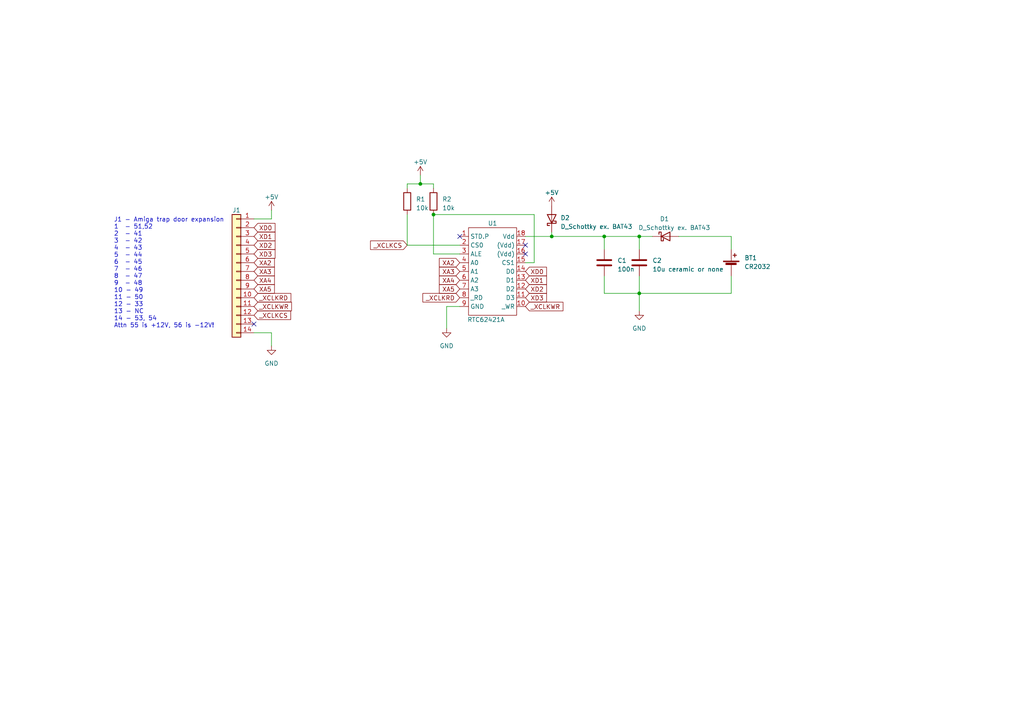
<source format=kicad_sch>
(kicad_sch (version 20230121) (generator eeschema)
  (paper "A4")
  (lib_symbols
    (symbol "Connector_Generic:Conn_01x14" (pin_names (offset 1.016) hide)
      (property "Reference" "J" (at 0 17.78 0))
      (property "Value" "Conn_01x14" (at 0 -20.32 0))
      (symbol "Conn_01x14_1_1"
        (rectangle (start -1.27 -17.653) (end 0 -17.907) (stroke (width 0.1524)))
        (rectangle (start -1.27 -15.113) (end 0 -15.367) (stroke (width 0.1524)))
        (rectangle (start -1.27 -12.573) (end 0 -12.827) (stroke (width 0.1524)))
        (rectangle (start -1.27 -10.033) (end 0 -10.287) (stroke (width 0.1524)))
        (rectangle (start -1.27 -7.493) (end 0 -7.747) (stroke (width 0.1524)))
        (rectangle (start -1.27 -4.953) (end 0 -5.207) (stroke (width 0.1524)))
        (rectangle (start -1.27 -2.413) (end 0 -2.667) (stroke (width 0.1524)))
        (rectangle (start -1.27 0.127) (end 0 -0.127) (stroke (width 0.1524)))
        (rectangle (start -1.27 2.667) (end 0 2.413) (stroke (width 0.1524)))
        (rectangle (start -1.27 5.207) (end 0 4.953) (stroke (width 0.1524)))
        (rectangle (start -1.27 7.747) (end 0 7.493) (stroke (width 0.1524)))
        (rectangle (start -1.27 10.287) (end 0 10.033) (stroke (width 0.1524)))
        (rectangle (start -1.27 12.827) (end 0 12.573) (stroke (width 0.1524)))
        (rectangle (start -1.27 15.367) (end 0 15.113) (stroke (width 0.1524)))
        (rectangle (start -1.27 16.51) (end 1.27 -19.05) (stroke (width 0.254)) (fill (type background)))
        (pin passive line (at -5.08 15.24 0) (length 3.81) (name "Pin_1") (number "1"))
        (pin passive line (at -5.08 -7.62 0) (length 3.81) (name "Pin_10") (number "10"))
        (pin passive line (at -5.08 -10.16 0) (length 3.81) (name "Pin_11") (number "11"))
        (pin passive line (at -5.08 -12.7 0) (length 3.81) (name "Pin_12") (number "12"))
        (pin passive line (at -5.08 -15.24 0) (length 3.81) (name "Pin_13") (number "13"))
        (pin passive line (at -5.08 -17.78 0) (length 3.81) (name "Pin_14") (number "14"))
        (pin passive line (at -5.08 12.7 0) (length 3.81) (name "Pin_2") (number "2"))
        (pin passive line (at -5.08 10.16 0) (length 3.81) (name "Pin_3") (number "3"))
        (pin passive line (at -5.08 7.62 0) (length 3.81) (name "Pin_4") (number "4"))
        (pin passive line (at -5.08 5.08 0) (length 3.81) (name "Pin_5") (number "5"))
        (pin passive line (at -5.08 2.54 0) (length 3.81) (name "Pin_6") (number "6"))
        (pin passive line (at -5.08 0 0) (length 3.81) (name "Pin_7") (number "7"))
        (pin passive line (at -5.08 -2.54 0) (length 3.81) (name "Pin_8") (number "8"))
        (pin passive line (at -5.08 -5.08 0) (length 3.81) (name "Pin_9") (number "9"))
      )
    )
    (symbol "Device:Battery_Cell" (pin_numbers hide) (pin_names (offset 0) hide)
      (property "Reference" "BT" (at 2.54 2.54 0))
      (property "Value" "Battery_Cell" (at 2.54 0 0))
      (symbol "Battery_Cell_0_1"
        (rectangle (start -2.286 1.778) (end 2.286 1.524) (fill (type outline)))
        (rectangle (start -1.5748 1.1938) (end 1.4732 0.6858) (fill (type outline)))
        (polyline (pts (xy 0 0.762) (xy 0 0)))
        (polyline (pts (xy 0 1.778) (xy 0 2.54)))
        (polyline (pts (xy 0.508 3.429) (xy 1.524 3.429)) (stroke (width 0.254)))
        (polyline (pts (xy 1.016 3.937) (xy 1.016 2.921)) (stroke (width 0.254)))
      )
      (symbol "Battery_Cell_1_1"
        (pin passive line (at 0 5.08 270) (length 2.54) (name "+") (number "1"))
        (pin passive line (at 0 -2.54 90) (length 2.54) (name "-") (number "2"))
      )
    )
    (symbol "Device:C" (pin_numbers hide) (pin_names (offset 0.254))
      (property "Reference" "C" (at 0.635 2.54 0))
      (property "Value" "C" (at 0.635 -2.54 0))
      (symbol "C_0_1"
        (polyline (pts (xy -2.032 -0.762) (xy 2.032 -0.762)) (stroke (width 0.508)))
        (polyline (pts (xy -2.032 0.762) (xy 2.032 0.762)) (stroke (width 0.508)))
      )
      (symbol "C_1_1"
        (pin passive line (at 0 3.81 270) (length 2.794) (name "~") (number "1"))
        (pin passive line (at 0 -3.81 90) (length 2.794) (name "~") (number "2"))
      )
    )
    (symbol "Device:D_Schottky" (pin_numbers hide) (pin_names (offset 1.016) hide)
      (property "Reference" "D" (at 0 2.54 0))
      (property "Value" "D_Schottky" (at 0 -2.54 0))
      (symbol "D_Schottky_0_1"
        (polyline (pts (xy 1.27 0) (xy -1.27 0)))
        (polyline (pts (xy 1.27 1.27) (xy 1.27 -1.27) (xy -1.27 0) (xy 1.27 1.27)) (stroke (width 0.254)))
        (polyline (pts (xy -1.905 0.635) (xy -1.905 1.27) (xy -1.27 1.27) (xy -1.27 -1.27) (xy -0.635 -1.27) (xy -0.635 -0.635)) (stroke (width 0.254)))
      )
      (symbol "D_Schottky_1_1"
        (pin passive line (at -3.81 0 0) (length 2.54) (name "K") (number "1"))
        (pin passive line (at 3.81 0 180) (length 2.54) (name "A") (number "2"))
      )
    )
    (symbol "Device:R" (pin_numbers hide) (pin_names (offset 0))
      (property "Reference" "R" (at 2.032 0 90))
      (property "Value" "R" (at 0 0 90))
      (symbol "R_0_1"
        (rectangle (start -1.016 -2.54) (end 1.016 2.54) (stroke (width 0.254)))
      )
      (symbol "R_1_1"
        (pin passive line (at 0 3.81 270) (length 1.27) (name "~") (number "1"))
        (pin passive line (at 0 -3.81 90) (length 1.27) (name "~") (number "2"))
      )
    )
    (symbol "My parts:RTC-62421"
      (property "Reference" "U" (at 0 0 0))
      (symbol "RTC-62421_0_1"
        (rectangle (start -2.54 -1.27) (end 11.43 -26.67))
      )
      (symbol "RTC-62421_1_1"
        (pin open_collector line (at -5.08 -3.81 0) (length 2.54) (name "STD.P") (number "1"))
        (pin input line (at 13.97 -24.13 180) (length 2.54) (name "_WR") (number "10"))
        (pin bidirectional line (at 13.97 -21.59 180) (length 2.54) (name "D3") (number "11"))
        (pin bidirectional line (at 13.97 -19.05 180) (length 2.54) (name "D2") (number "12"))
        (pin bidirectional line (at 13.97 -16.51 180) (length 2.54) (name "D1") (number "13"))
        (pin bidirectional line (at 13.97 -13.97 180) (length 2.54) (name "D0") (number "14"))
        (pin input line (at 13.97 -11.43 180) (length 2.54) (name "CS1") (number "15"))
        (pin power_in line (at 13.97 -8.89 180) (length 2.54) (name "(Vdd)") (number "16"))
        (pin power_in line (at 13.97 -6.35 180) (length 2.54) (name "(Vdd)") (number "17"))
        (pin power_in line (at 13.97 -3.81 180) (length 2.54) (name "Vdd") (number "18"))
        (pin input line (at -5.08 -6.35 0) (length 2.54) (name "CS0") (number "2"))
        (pin input line (at -5.08 -8.89 0) (length 2.54) (name "ALE") (number "3"))
        (pin input line (at -5.08 -11.43 0) (length 2.54) (name "A0") (number "4"))
        (pin input line (at -5.08 -13.97 0) (length 2.54) (name "A1") (number "5"))
        (pin input line (at -5.08 -16.51 0) (length 2.54) (name "A2") (number "6"))
        (pin input line (at -5.08 -19.05 0) (length 2.54) (name "A3") (number "7"))
        (pin input line (at -5.08 -21.59 0) (length 2.54) (name "_RD") (number "8"))
        (pin power_in line (at -5.08 -24.13 0) (length 2.54) (name "GND") (number "9"))
      )
    )
    (symbol "power:+5V" (power) (pin_names (offset 0))
      (property "Value" "+5V" (at 0 3.556 0))
      (symbol "+5V_0_1"
        (polyline (pts (xy -0.762 1.27) (xy 0 2.54)))
        (polyline (pts (xy 0 0) (xy 0 2.54)))
        (polyline (pts (xy 0 2.54) (xy 0.762 1.27)))
      )
      (symbol "+5V_1_1"
        (pin power_in line (at 0 0 90) (length 0) hide (name "+5V") (number "1"))
      )
    )
    (symbol "power:GND" (power) (pin_names (offset 0))
      (property "Value" "GND" (at 0 -3.81 0))
      (symbol "GND_0_1"
        (polyline (pts (xy 0 0) (xy 0 -1.27) (xy 1.27 -1.27) (xy 0 -2.54) (xy -1.27 -1.27) (xy 0 -1.27)))
      )
      (symbol "GND_1_1"
        (pin power_in line (at 0 0 270) (length 0) hide (name "GND") (number "1"))
      )
    )
  )
  (junction (at 185.42 68.58))
  (junction (at 121.92 53.34))
  (junction (at 160.02 68.58))
  (junction (at 125.73 62.23))
  (junction (at 175.26 68.58))
  (junction (at 185.42 85.09))
  (no_connect (at 73.66 93.98))
  (no_connect (at 152.4 73.66))
  (no_connect (at 152.4 71.12))
  (no_connect (at 133.35 68.58))
  (wire (pts (xy 196.85 68.58) (xy 212.09 68.58)))
  (wire (pts (xy 152.4 68.58) (xy 160.02 68.58)))
  (wire (pts (xy 175.26 68.58) (xy 175.26 72.39)))
  (wire (pts (xy 125.73 73.66) (xy 125.73 62.23)))
  (wire (pts (xy 175.26 68.58) (xy 185.42 68.58)))
  (wire (pts (xy 212.09 68.58) (xy 212.09 72.39)))
  (wire (pts (xy 185.42 85.09) (xy 175.26 85.09)))
  (wire (pts (xy 118.11 71.12) (xy 118.11 62.23)))
  (wire (pts (xy 133.35 73.66) (xy 125.73 73.66)))
  (wire (pts (xy 118.11 54.61) (xy 118.11 53.34)))
  (wire (pts (xy 160.02 67.31) (xy 160.02 68.58)))
  (wire (pts (xy 78.74 96.52) (xy 78.74 100.33)))
  (wire (pts (xy 175.26 85.09) (xy 175.26 80.01)))
  (wire (pts (xy 78.74 63.5) (xy 78.74 60.96)))
  (wire (pts (xy 133.35 71.12) (xy 118.11 71.12)))
  (wire (pts (xy 118.11 53.34) (xy 121.92 53.34)))
  (wire (pts (xy 185.42 85.09) (xy 185.42 90.17)))
  (wire (pts (xy 129.54 95.25) (xy 129.54 88.9)))
  (wire (pts (xy 121.92 53.34) (xy 125.73 53.34)))
  (wire (pts (xy 154.94 76.2) (xy 154.94 62.23)))
  (wire (pts (xy 152.4 76.2) (xy 154.94 76.2)))
  (wire (pts (xy 212.09 85.09) (xy 212.09 80.01)))
  (wire (pts (xy 160.02 68.58) (xy 175.26 68.58)))
  (wire (pts (xy 125.73 54.61) (xy 125.73 53.34)))
  (wire (pts (xy 154.94 62.23) (xy 125.73 62.23)))
  (wire (pts (xy 121.92 53.34) (xy 121.92 50.8)))
  (wire (pts (xy 73.66 63.5) (xy 78.74 63.5)))
  (wire (pts (xy 185.42 68.58) (xy 189.23 68.58)))
  (wire (pts (xy 73.66 96.52) (xy 78.74 96.52)))
  (wire (pts (xy 185.42 85.09) (xy 212.09 85.09)))
  (wire (pts (xy 185.42 68.58) (xy 185.42 72.39)))
  (wire (pts (xy 129.54 88.9) (xy 133.35 88.9)))
  (wire (pts (xy 185.42 85.09) (xy 185.42 80.01)))
  (text "J1 - Amiga trap door expansion\n1  - 51,52\n2  - 41\n3  - 42\n4  - 43\n5  - 44\n6  - 45\n7  - 46\n8  - 47\n9  - 48\n10 - 49\n11 - 50\n12 - 33\n13 - NC\n14 - 53, 54\nAttn 55 is +12V, 56 is -12V!" (at 33.02 95.25 0) (effects (font (size 1.27 1.27)) (justify left bottom)))
  (global_label "XD0" (shape input) (at 73.66 66.04 0) (property "Intersheetrefs" "${INTERSHEET_REFS}" (effects hide)))
  (global_label "_XCLKRD" (shape input) (at 133.35 86.36 180) (property "Intersheetrefs" "${INTERSHEET_REFS}" (effects hide)))
  (global_label "XD3" (shape input) (at 152.4 86.36 0) (property "Intersheetrefs" "${INTERSHEET_REFS}" (effects hide)))
  (global_label "XA4" (shape input) (at 133.35 81.28 180) (property "Intersheetrefs" "${INTERSHEET_REFS}" (effects hide)))
  (global_label "_XCLKCS" (shape input) (at 73.66 91.44 0) (property "Intersheetrefs" "${INTERSHEET_REFS}" (effects hide)))
  (global_label "XD0" (shape input) (at 152.4 78.74 0) (property "Intersheetrefs" "${INTERSHEET_REFS}" (effects hide)))
  (global_label "XD3" (shape input) (at 73.66 73.66 0) (property "Intersheetrefs" "${INTERSHEET_REFS}" (effects hide)))
  (global_label "XD2" (shape input) (at 152.4 83.82 0) (property "Intersheetrefs" "${INTERSHEET_REFS}" (effects hide)))
  (global_label "_XCLKWR" (shape input) (at 73.66 88.9 0) (property "Intersheetrefs" "${INTERSHEET_REFS}" (effects hide)))
  (global_label "XA4" (shape input) (at 73.66 81.28 0) (property "Intersheetrefs" "${INTERSHEET_REFS}" (effects hide)))
  (global_label "_XCLKCS" (shape input) (at 118.11 71.12 180) (property "Intersheetrefs" "${INTERSHEET_REFS}" (effects hide)))
  (global_label "_XCLKRD" (shape input) (at 73.66 86.36 0) (property "Intersheetrefs" "${INTERSHEET_REFS}" (effects hide)))
  (global_label "XD1" (shape input) (at 152.4 81.28 0) (property "Intersheetrefs" "${INTERSHEET_REFS}" (effects hide)))
  (global_label "XA5" (shape input) (at 133.35 83.82 180) (property "Intersheetrefs" "${INTERSHEET_REFS}" (effects hide)))
  (global_label "XA2" (shape input) (at 133.35 76.2 180) (property "Intersheetrefs" "${INTERSHEET_REFS}" (effects hide)))
  (global_label "XD1" (shape input) (at 73.66 68.58 0) (property "Intersheetrefs" "${INTERSHEET_REFS}" (effects hide)))
  (global_label "XD2" (shape input) (at 73.66 71.12 0) (property "Intersheetrefs" "${INTERSHEET_REFS}" (effects hide)))
  (global_label "XA2" (shape input) (at 73.66 76.2 0) (property "Intersheetrefs" "${INTERSHEET_REFS}" (effects hide)))
  (global_label "XA3" (shape input) (at 73.66 78.74 0) (property "Intersheetrefs" "${INTERSHEET_REFS}" (effects hide)))
  (global_label "_XCLKWR" (shape input) (at 152.4 88.9 0) (property "Intersheetrefs" "${INTERSHEET_REFS}" (effects hide)))
  (global_label "XA3" (shape input) (at 133.35 78.74 180) (property "Intersheetrefs" "${INTERSHEET_REFS}" (effects hide)))
  (global_label "XA5" (shape input) (at 73.66 83.82 0) (property "Intersheetrefs" "${INTERSHEET_REFS}" (effects hide)))
  (symbol (lib_id "Connector_Generic:Conn_01x14") (at 68.58 78.74 0) (mirror y) (unit 1)
    (property "Reference" "J1" (at 68.58 60.96 0))
    (property "Value" "Conn_01x14" (effects hide))
    (property "Footprint" "Connector_PinHeader_2.54mm:PinHeader_1x14_P2.54mm_Vertical" (effects hide))
  )
  (symbol (lib_id "power:GND") (at 185.42 90.17 0) (unit 1)
    (property "Reference" "#PWR06" (effects hide))
    (property "Value" "GND" (at 185.42 95.25 0))
  )
  (symbol (lib_id "power:+5V") (at 160.02 59.69 0) (unit 1)
    (property "Reference" "#PWR01" (effects hide))
    (property "Value" "+5V" (at 160.02 55.88 0))
  )
  (symbol (lib_id "Device:Battery_Cell") (at 212.09 77.47 0) (unit 1)
    (property "Reference" "BT1" (at 215.9 74.803 0) (effects (justify left)))
    (property "Value" "CR2032" (at 215.9 77.343 0) (effects (justify left)))
    (property "Footprint" "Battery:BatteryHolder_Keystone_103_1x20mm" (effects hide))
  )
  (symbol (lib_id "power:GND") (at 129.54 95.25 0) (unit 1)
    (property "Reference" "#PWR02" (effects hide))
    (property "Value" "GND" (at 129.54 100.33 0))
  )
  (symbol (lib_id "My parts:RTC-62421") (at 138.43 64.77 0) (unit 1)
    (property "Reference" "U1" (at 142.875 64.77 0))
    (property "Value" "RTC62421A" (at 140.97 92.71 0))
    (property "Footprint" "Package_DIP:DIP-18_W7.62mm_LongPads" (effects hide))
  )
  (symbol (lib_id "power:+5V") (at 78.74 60.96 0) (unit 1)
    (property "Reference" "#PWR03" (effects hide))
    (property "Value" "+5V" (at 78.74 57.15 0))
  )
  (symbol (lib_id "Device:R") (at 125.73 58.42 0) (unit 1)
    (property "Reference" "R2" (at 128.27 57.785 0) (effects (justify left)))
    (property "Value" "10k" (at 128.27 60.325 0) (effects (justify left)))
    (property "Footprint" "Resistor_SMD:R_1206_3216Metric_Pad1.30x1.75mm_HandSolder" (effects hide))
  )
  (symbol (lib_id "Device:D_Schottky") (at 193.04 68.58 0) (unit 1)
    (property "Reference" "D1" (at 192.7225 63.5 0))
    (property "Value" "D_Schottky ex. BAT43" (at 195.58 66.04 0))
    (property "Footprint" "Diode_THT:D_DO-35_SOD27_P7.62mm_Horizontal" (effects hide))
  )
  (symbol (lib_id "power:+5V") (at 121.92 50.8 0) (unit 1)
    (property "Reference" "#PWR05" (effects hide))
    (property "Value" "+5V" (at 121.92 46.99 0))
  )
  (symbol (lib_id "Device:C") (at 175.26 76.2 0) (unit 1)
    (property "Reference" "C1" (at 179.07 75.565 0) (effects (justify left)))
    (property "Value" "100n" (at 179.07 78.105 0) (effects (justify left)))
    (property "Footprint" "Capacitor_SMD:C_1206_3216Metric_Pad1.33x1.80mm_HandSolder" (effects hide))
  )
  (symbol (lib_id "Device:C") (at 185.42 76.2 0) (unit 1)
    (property "Reference" "C2" (at 189.23 75.565 0) (effects (justify left)))
    (property "Value" "10u ceramic or none" (at 189.23 78.105 0) (effects (justify left)))
    (property "Footprint" "Capacitor_SMD:C_1812_4532Metric_Pad1.57x3.40mm_HandSolder" (effects hide))
  )
  (symbol (lib_id "Device:D_Schottky") (at 160.02 63.5 90) (unit 1)
    (property "Reference" "D2" (at 162.56 63.1825 90) (effects (justify right)))
    (property "Value" "D_Schottky ex. BAT43" (at 162.56 65.7225 90) (effects (justify right)))
    (property "Footprint" "Diode_THT:D_DO-35_SOD27_P7.62mm_Horizontal" (effects hide))
  )
  (symbol (lib_id "power:GND") (at 78.74 100.33 0) (unit 1)
    (property "Reference" "#PWR04" (effects hide))
    (property "Value" "GND" (at 78.74 105.41 0))
  )
  (symbol (lib_id "Device:R") (at 118.11 58.42 0) (unit 1)
    (property "Reference" "R1" (at 120.65 57.785 0) (effects (justify left)))
    (property "Value" "10k" (at 120.65 60.325 0) (effects (justify left)))
    (property "Footprint" "Resistor_SMD:R_1206_3216Metric_Pad1.30x1.75mm_HandSolder" (effects hide))
  )
)
</source>
